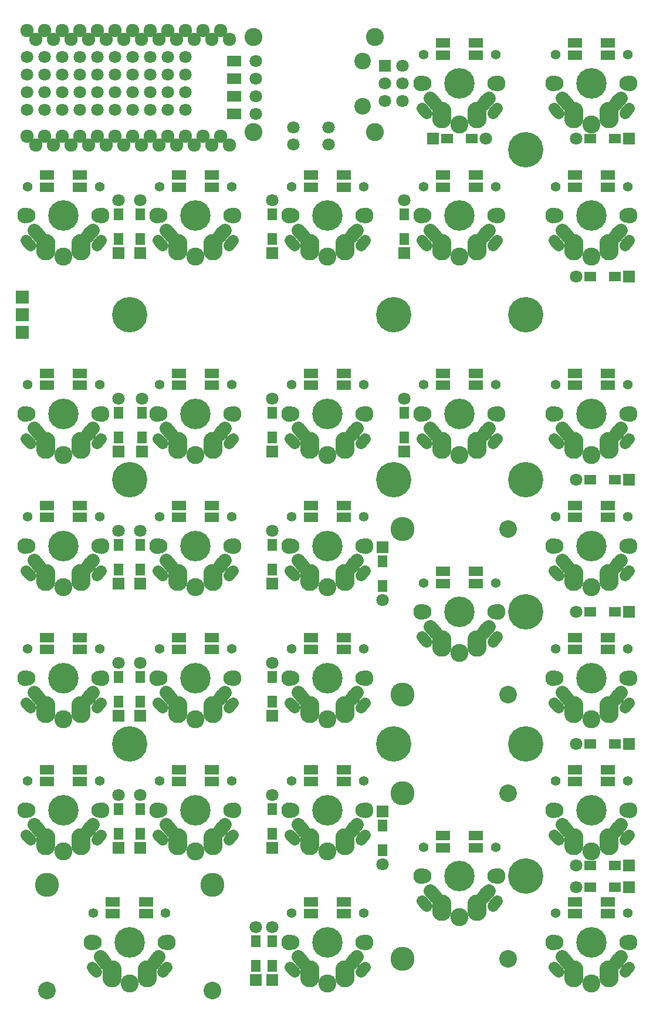
<source format=gbs>
G04 #@! TF.GenerationSoftware,KiCad,Pcbnew,(5.0.0)*
G04 #@! TF.CreationDate,2018-09-18T23:33:11-07:00*
G04 #@! TF.ProjectId,chiral,63686972616C2E6B696361645F706362,v0.2*
G04 #@! TF.SameCoordinates,Original*
G04 #@! TF.FileFunction,Soldermask,Bot*
G04 #@! TF.FilePolarity,Negative*
%FSLAX46Y46*%
G04 Gerber Fmt 4.6, Leading zero omitted, Abs format (unit mm)*
G04 Created by KiCad (PCBNEW (5.0.0)) date 09/18/18 23:33:11*
%MOMM*%
%LPD*%
G01*
G04 APERTURE LIST*
%ADD10C,3.479800*%
%ADD11C,2.540000*%
%ADD12R,1.700000X1.350000*%
%ADD13R,1.797000X1.797000*%
%ADD14C,1.797000*%
%ADD15R,1.350000X1.700000*%
%ADD16C,2.600000*%
%ADD17C,5.100000*%
%ADD18R,1.035000X1.543000*%
%ADD19C,1.924000*%
%ADD20R,1.924000X1.924000*%
%ADD21C,1.650000*%
%ADD22C,1.650000*%
%ADD23C,4.400000*%
%ADD24C,2.300000*%
%ADD25C,2.800000*%
%ADD26C,1.950000*%
%ADD27C,1.950000*%
%ADD28C,2.100000*%
%ADD29C,1.400000*%
%ADD30C,2.400000*%
%ADD31R,2.000000X1.400000*%
G04 APERTURE END LIST*
D10*
G04 #@! TO.C,SW?*
X45212000Y-163195000D03*
X69088000Y-163195000D03*
D11*
X45212000Y-178435000D03*
X69088000Y-178435000D03*
G04 #@! TD*
D10*
G04 #@! TO.C,SW?*
X96520000Y-173863000D03*
X96520000Y-149987000D03*
D11*
X111760000Y-173863000D03*
X111760000Y-149987000D03*
G04 #@! TD*
D10*
G04 #@! TO.C,SW?*
X96520000Y-135763000D03*
X96520000Y-111887000D03*
D11*
X111760000Y-135763000D03*
X111760000Y-111887000D03*
G04 #@! TD*
D12*
G04 #@! TO.C,D1*
X106550000Y-55562500D03*
X103000000Y-55562500D03*
D13*
X100965000Y-55562500D03*
D14*
X108585000Y-55562500D03*
G04 #@! TD*
G04 #@! TO.C,D2*
X121602968Y-55562500D03*
D13*
X129222968Y-55562500D03*
D12*
X127187968Y-55562500D03*
X123637968Y-55562500D03*
G04 #@! TD*
D14*
G04 #@! TO.C,D3*
X55562968Y-64451578D03*
D13*
X55562968Y-72071578D03*
D15*
X55562968Y-70036578D03*
X55562968Y-66486578D03*
G04 #@! TD*
G04 #@! TO.C,D4*
X58737968Y-66486578D03*
X58737968Y-70036578D03*
D13*
X58737968Y-72071578D03*
D14*
X58737968Y-64451578D03*
G04 #@! TD*
G04 #@! TO.C,D5*
X77787968Y-64451578D03*
D13*
X77787968Y-72071578D03*
D15*
X77787968Y-70036578D03*
X77787968Y-66486578D03*
G04 #@! TD*
G04 #@! TO.C,D6*
X96837968Y-66486578D03*
X96837968Y-70036578D03*
D13*
X96837968Y-72071578D03*
D14*
X96837968Y-64451578D03*
G04 #@! TD*
G04 #@! TO.C,D7*
X121602968Y-75405328D03*
D13*
X129222968Y-75405328D03*
D12*
X127187968Y-75405328D03*
X123637968Y-75405328D03*
G04 #@! TD*
D15*
G04 #@! TO.C,D8*
X55562968Y-95061578D03*
X55562968Y-98611578D03*
D13*
X55562968Y-100646578D03*
D14*
X55562968Y-93026578D03*
G04 #@! TD*
G04 #@! TO.C,D9*
X58925468Y-93026578D03*
D13*
X58925468Y-100646578D03*
D15*
X58925468Y-98611578D03*
X58925468Y-95061578D03*
G04 #@! TD*
G04 #@! TO.C,D10*
X77787968Y-95061578D03*
X77787968Y-98611578D03*
D13*
X77787968Y-100646578D03*
D14*
X77787968Y-93026578D03*
G04 #@! TD*
G04 #@! TO.C,D11*
X96837968Y-93026578D03*
D13*
X96837968Y-100646578D03*
D15*
X96837968Y-98611578D03*
X96837968Y-95061578D03*
G04 #@! TD*
D12*
G04 #@! TO.C,D12*
X123637968Y-104774078D03*
X127187968Y-104774078D03*
D13*
X129222968Y-104774078D03*
D14*
X121602968Y-104774078D03*
G04 #@! TD*
D15*
G04 #@! TO.C,D13*
X55562968Y-114111578D03*
X55562968Y-117661578D03*
D13*
X55562968Y-119696578D03*
D14*
X55562968Y-112076578D03*
G04 #@! TD*
D15*
G04 #@! TO.C,D14*
X58737968Y-114111578D03*
X58737968Y-117661578D03*
D13*
X58737968Y-119696578D03*
D14*
X58737968Y-112076578D03*
G04 #@! TD*
G04 #@! TO.C,D15*
X77787968Y-112076578D03*
D13*
X77787968Y-119696578D03*
D15*
X77787968Y-117661578D03*
X77787968Y-114111578D03*
G04 #@! TD*
G04 #@! TO.C,D16*
X93662968Y-120042828D03*
X93662968Y-116492828D03*
D13*
X93662968Y-114457828D03*
D14*
X93662968Y-122077828D03*
G04 #@! TD*
G04 #@! TO.C,D17*
X121602968Y-123824078D03*
D13*
X129222968Y-123824078D03*
D12*
X127187968Y-123824078D03*
X123637968Y-123824078D03*
G04 #@! TD*
D14*
G04 #@! TO.C,D18*
X55562968Y-131126578D03*
D13*
X55562968Y-138746578D03*
D15*
X55562968Y-136711578D03*
X55562968Y-133161578D03*
G04 #@! TD*
G04 #@! TO.C,D19*
X58737968Y-133161578D03*
X58737968Y-136711578D03*
D13*
X58737968Y-138746578D03*
D14*
X58737968Y-131126578D03*
G04 #@! TD*
G04 #@! TO.C,D20*
X77787968Y-131126578D03*
D13*
X77787968Y-138746578D03*
D15*
X77787968Y-136711578D03*
X77787968Y-133161578D03*
G04 #@! TD*
D12*
G04 #@! TO.C,D21*
X123637968Y-142874078D03*
X127187968Y-142874078D03*
D13*
X129222968Y-142874078D03*
D14*
X121602968Y-142874078D03*
G04 #@! TD*
G04 #@! TO.C,D22*
X55562968Y-150176578D03*
D13*
X55562968Y-157796578D03*
D15*
X55562968Y-155761578D03*
X55562968Y-152211578D03*
G04 #@! TD*
G04 #@! TO.C,D23*
X58737968Y-152211578D03*
X58737968Y-155761578D03*
D13*
X58737968Y-157796578D03*
D14*
X58737968Y-150176578D03*
G04 #@! TD*
G04 #@! TO.C,D24*
X77787968Y-150176578D03*
D13*
X77787968Y-157796578D03*
D15*
X77787968Y-155761578D03*
X77787968Y-152211578D03*
G04 #@! TD*
G04 #@! TO.C,D25*
X93662968Y-158142828D03*
X93662968Y-154592828D03*
D13*
X93662968Y-152557828D03*
D14*
X93662968Y-160177828D03*
G04 #@! TD*
G04 #@! TO.C,D26*
X121602968Y-160336578D03*
D13*
X129222968Y-160336578D03*
D12*
X127187968Y-160336578D03*
X123637968Y-160336578D03*
G04 #@! TD*
D15*
G04 #@! TO.C,D27*
X75406718Y-171261578D03*
X75406718Y-174811578D03*
D13*
X75406718Y-176846578D03*
D14*
X75406718Y-169226578D03*
G04 #@! TD*
G04 #@! TO.C,D28*
X77787968Y-169226578D03*
D13*
X77787968Y-176846578D03*
D15*
X77787968Y-174811578D03*
X77787968Y-171261578D03*
G04 #@! TD*
D12*
G04 #@! TO.C,D29*
X123637968Y-163511578D03*
X127187968Y-163511578D03*
D13*
X129222968Y-163511578D03*
D14*
X121602968Y-163511578D03*
G04 #@! TD*
G04 #@! TO.C,H1*
X47464960Y-48892460D03*
X42384960Y-48892460D03*
X44924960Y-48892460D03*
X42384960Y-51432460D03*
X52544960Y-48892460D03*
X47464960Y-51432460D03*
X55084960Y-48892460D03*
X57624960Y-48892460D03*
X50004960Y-48892460D03*
X52544960Y-51432460D03*
X57624960Y-51432460D03*
X60164960Y-48892460D03*
X60164960Y-51432460D03*
X62704960Y-48892460D03*
X62704960Y-51432460D03*
X65244960Y-48892460D03*
X65244960Y-51432460D03*
X50004960Y-51432460D03*
X55084960Y-51432460D03*
X44924960Y-51432460D03*
X65247500Y-46355000D03*
X65247500Y-43815000D03*
X62707500Y-46355000D03*
X62707500Y-43815000D03*
X60167500Y-46355000D03*
X60167500Y-43815000D03*
X57627500Y-46355000D03*
X57627500Y-43815000D03*
X55087500Y-46355000D03*
X55087500Y-43815000D03*
X52547500Y-46355000D03*
X52547500Y-43815000D03*
X50007500Y-46355000D03*
X50007500Y-43815000D03*
X47467500Y-46355000D03*
X47467500Y-43815000D03*
X44927500Y-46355000D03*
X44927500Y-43815000D03*
X42387500Y-46355000D03*
X42387500Y-43815000D03*
G04 #@! TD*
D16*
G04 #@! TO.C,H2*
X75085000Y-40875000D03*
G04 #@! TD*
G04 #@! TO.C,H3*
X75085000Y-54625000D03*
G04 #@! TD*
G04 #@! TO.C,H4*
X92585000Y-40875000D03*
G04 #@! TD*
G04 #@! TO.C,H5*
X92585000Y-54625000D03*
G04 #@! TD*
D17*
G04 #@! TO.C,H6*
X114300000Y-57150000D03*
G04 #@! TD*
G04 #@! TO.C,H7*
X57150000Y-80962500D03*
G04 #@! TD*
G04 #@! TO.C,H8*
X95250000Y-80962500D03*
G04 #@! TD*
G04 #@! TO.C,H9*
X114300000Y-80962500D03*
G04 #@! TD*
G04 #@! TO.C,H10*
X57150000Y-104775000D03*
G04 #@! TD*
G04 #@! TO.C,H11*
X95250000Y-104775000D03*
G04 #@! TD*
G04 #@! TO.C,H12*
X114300000Y-104775000D03*
G04 #@! TD*
G04 #@! TO.C,H13*
X114300000Y-123825000D03*
G04 #@! TD*
G04 #@! TO.C,H14*
X57150000Y-142875000D03*
G04 #@! TD*
G04 #@! TO.C,H15*
X95250000Y-142875000D03*
G04 #@! TD*
G04 #@! TO.C,H16*
X114300000Y-142875000D03*
G04 #@! TD*
G04 #@! TO.C,H17*
X114300000Y-161925000D03*
G04 #@! TD*
D18*
G04 #@! TO.C,JP8*
X72725380Y-44335000D03*
X71724620Y-44335000D03*
G04 #@! TD*
G04 #@! TO.C,JP9*
X71724240Y-46875000D03*
X72725000Y-46875000D03*
G04 #@! TD*
G04 #@! TO.C,JP10*
X71724240Y-49415000D03*
X72725000Y-49415000D03*
G04 #@! TD*
G04 #@! TO.C,JP11*
X72725380Y-51955000D03*
X71724620Y-51955000D03*
G04 #@! TD*
D19*
G04 #@! TO.C,MCU1*
X43656718Y-56514078D03*
X46196718Y-56514078D03*
X48736718Y-56514078D03*
X51276718Y-56514078D03*
X53816718Y-56514078D03*
X56356718Y-56514078D03*
X58896718Y-56514078D03*
X61436718Y-56514078D03*
X63976718Y-56514078D03*
X66516718Y-56514078D03*
X69056718Y-56514078D03*
X71596718Y-56514078D03*
X71596718Y-41274078D03*
X69056718Y-41274078D03*
X66516718Y-41274078D03*
X63976718Y-41274078D03*
X61436718Y-41274078D03*
X58896718Y-41274078D03*
X56356718Y-41274078D03*
X53816718Y-41274078D03*
X51276718Y-41274078D03*
X48736718Y-41274078D03*
X46196718Y-41274078D03*
X43656718Y-41274078D03*
X65246718Y-55244078D03*
X62706718Y-40004078D03*
X50006718Y-55244078D03*
X42386718Y-40004078D03*
X44926718Y-40004078D03*
X70326718Y-55244078D03*
X60166718Y-55244078D03*
X47466718Y-40004078D03*
X50006718Y-40004078D03*
X52546718Y-40004078D03*
X44926718Y-55244078D03*
X42386718Y-55244078D03*
X55086718Y-40004078D03*
X60166718Y-40004078D03*
X70326718Y-40004078D03*
X57626718Y-55244078D03*
X52546718Y-55244078D03*
X47466718Y-55244078D03*
X55086718Y-55244078D03*
X57626718Y-40004078D03*
X65246718Y-40004078D03*
X67786718Y-40004078D03*
X67786718Y-55244078D03*
X62706718Y-55244078D03*
G04 #@! TD*
D14*
G04 #@! TO.C,P1*
X75410000Y-44335000D03*
X75410000Y-46875000D03*
X75410000Y-49415000D03*
X75410000Y-51955000D03*
G04 #@! TD*
D20*
G04 #@! TO.C,P2*
X41675000Y-78422500D03*
X41675000Y-80962500D03*
X41675000Y-83502500D03*
G04 #@! TD*
D13*
G04 #@! TO.C,P3*
X94005000Y-45085000D03*
D14*
X96545000Y-45085000D03*
X94005000Y-47625000D03*
X96545000Y-47625000D03*
X94005000Y-50165000D03*
X96545000Y-50165000D03*
G04 #@! TD*
G04 #@! TO.C,R1*
X80803750Y-53975000D03*
X85883750Y-53975000D03*
G04 #@! TD*
G04 #@! TO.C,R2*
X85883750Y-56356250D03*
X80803750Y-56356250D03*
G04 #@! TD*
D21*
G04 #@! TO.C,SW1*
X99675468Y-51524078D03*
D22*
X99980792Y-51887949D02*
X99370144Y-51160207D01*
D23*
X104775468Y-47624078D03*
D24*
X110275468Y-47624078D03*
X99275468Y-47624078D03*
D21*
X109875468Y-51524078D03*
D22*
X110180792Y-51160207D02*
X109570144Y-51887949D01*
D16*
X104775468Y-53524078D03*
D25*
X102235468Y-52704078D03*
D26*
X108585468Y-50164078D03*
D27*
X108987210Y-49685300D02*
X108183726Y-50642856D01*
D25*
X107315468Y-52704078D03*
D26*
X100965468Y-50164078D03*
D27*
X101367210Y-50642856D02*
X100563726Y-49685300D01*
D25*
X102235468Y-52124078D03*
X102235468Y-51624078D03*
X107315468Y-51624078D03*
X107315468Y-52124078D03*
D28*
X99695468Y-47624078D03*
X109855468Y-47624078D03*
D29*
X99555468Y-43424078D03*
X109995468Y-43424078D03*
G04 #@! TD*
D21*
G04 #@! TO.C,SW2*
X118725468Y-51524078D03*
D22*
X119030792Y-51887949D02*
X118420144Y-51160207D01*
D23*
X123825468Y-47624078D03*
D24*
X129325468Y-47624078D03*
X118325468Y-47624078D03*
D21*
X128925468Y-51524078D03*
D22*
X129230792Y-51160207D02*
X128620144Y-51887949D01*
D16*
X123825468Y-53524078D03*
D25*
X121285468Y-52704078D03*
D26*
X127635468Y-50164078D03*
D27*
X128037210Y-49685300D02*
X127233726Y-50642856D01*
D25*
X126365468Y-52704078D03*
D26*
X120015468Y-50164078D03*
D27*
X120417210Y-50642856D02*
X119613726Y-49685300D01*
D25*
X121285468Y-52124078D03*
X121285468Y-51624078D03*
X126365468Y-51624078D03*
X126365468Y-52124078D03*
D28*
X118745468Y-47624078D03*
X128905468Y-47624078D03*
D29*
X118605468Y-43424078D03*
X129045468Y-43424078D03*
G04 #@! TD*
G04 #@! TO.C,SW3*
X52845468Y-62474078D03*
X42405468Y-62474078D03*
D28*
X52705468Y-66674078D03*
X42545468Y-66674078D03*
D25*
X50165468Y-71174078D03*
X50165468Y-70674078D03*
X45085468Y-70674078D03*
X45085468Y-71174078D03*
D26*
X43815468Y-69214078D03*
D27*
X44217210Y-69692856D02*
X43413726Y-68735300D01*
D25*
X50165468Y-71754078D03*
D26*
X51435468Y-69214078D03*
D27*
X51837210Y-68735300D02*
X51033726Y-69692856D01*
D25*
X45085468Y-71754078D03*
D16*
X47625468Y-72574078D03*
D21*
X52725468Y-70574078D03*
D22*
X53030792Y-70210207D02*
X52420144Y-70937949D01*
D24*
X42125468Y-66674078D03*
X53125468Y-66674078D03*
D23*
X47625468Y-66674078D03*
D21*
X42525468Y-70574078D03*
D22*
X42830792Y-70937949D02*
X42220144Y-70210207D01*
G04 #@! TD*
D21*
G04 #@! TO.C,SW4*
X61575468Y-70574078D03*
D22*
X61880792Y-70937949D02*
X61270144Y-70210207D01*
D23*
X66675468Y-66674078D03*
D24*
X72175468Y-66674078D03*
X61175468Y-66674078D03*
D21*
X71775468Y-70574078D03*
D22*
X72080792Y-70210207D02*
X71470144Y-70937949D01*
D16*
X66675468Y-72574078D03*
D25*
X64135468Y-71754078D03*
D26*
X70485468Y-69214078D03*
D27*
X70887210Y-68735300D02*
X70083726Y-69692856D01*
D25*
X69215468Y-71754078D03*
D26*
X62865468Y-69214078D03*
D27*
X63267210Y-69692856D02*
X62463726Y-68735300D01*
D25*
X64135468Y-71174078D03*
X64135468Y-70674078D03*
X69215468Y-70674078D03*
X69215468Y-71174078D03*
D28*
X61595468Y-66674078D03*
X71755468Y-66674078D03*
D29*
X61455468Y-62474078D03*
X71895468Y-62474078D03*
G04 #@! TD*
G04 #@! TO.C,SW5*
X90945468Y-62474078D03*
X80505468Y-62474078D03*
D28*
X90805468Y-66674078D03*
X80645468Y-66674078D03*
D25*
X88265468Y-71174078D03*
X88265468Y-70674078D03*
X83185468Y-70674078D03*
X83185468Y-71174078D03*
D26*
X81915468Y-69214078D03*
D27*
X82317210Y-69692856D02*
X81513726Y-68735300D01*
D25*
X88265468Y-71754078D03*
D26*
X89535468Y-69214078D03*
D27*
X89937210Y-68735300D02*
X89133726Y-69692856D01*
D25*
X83185468Y-71754078D03*
D16*
X85725468Y-72574078D03*
D21*
X90825468Y-70574078D03*
D22*
X91130792Y-70210207D02*
X90520144Y-70937949D01*
D24*
X80225468Y-66674078D03*
X91225468Y-66674078D03*
D23*
X85725468Y-66674078D03*
D21*
X80625468Y-70574078D03*
D22*
X80930792Y-70937949D02*
X80320144Y-70210207D01*
G04 #@! TD*
D21*
G04 #@! TO.C,SW6*
X99675468Y-70574078D03*
D22*
X99980792Y-70937949D02*
X99370144Y-70210207D01*
D23*
X104775468Y-66674078D03*
D24*
X110275468Y-66674078D03*
X99275468Y-66674078D03*
D21*
X109875468Y-70574078D03*
D22*
X110180792Y-70210207D02*
X109570144Y-70937949D01*
D16*
X104775468Y-72574078D03*
D25*
X102235468Y-71754078D03*
D26*
X108585468Y-69214078D03*
D27*
X108987210Y-68735300D02*
X108183726Y-69692856D01*
D25*
X107315468Y-71754078D03*
D26*
X100965468Y-69214078D03*
D27*
X101367210Y-69692856D02*
X100563726Y-68735300D01*
D25*
X102235468Y-71174078D03*
X102235468Y-70674078D03*
X107315468Y-70674078D03*
X107315468Y-71174078D03*
D28*
X99695468Y-66674078D03*
X109855468Y-66674078D03*
D29*
X99555468Y-62474078D03*
X109995468Y-62474078D03*
G04 #@! TD*
G04 #@! TO.C,SW7*
X129045468Y-62474078D03*
X118605468Y-62474078D03*
D28*
X128905468Y-66674078D03*
X118745468Y-66674078D03*
D25*
X126365468Y-71174078D03*
X126365468Y-70674078D03*
X121285468Y-70674078D03*
X121285468Y-71174078D03*
D26*
X120015468Y-69214078D03*
D27*
X120417210Y-69692856D02*
X119613726Y-68735300D01*
D25*
X126365468Y-71754078D03*
D26*
X127635468Y-69214078D03*
D27*
X128037210Y-68735300D02*
X127233726Y-69692856D01*
D25*
X121285468Y-71754078D03*
D16*
X123825468Y-72574078D03*
D21*
X128925468Y-70574078D03*
D22*
X129230792Y-70210207D02*
X128620144Y-70937949D01*
D24*
X118325468Y-66674078D03*
X129325468Y-66674078D03*
D23*
X123825468Y-66674078D03*
D21*
X118725468Y-70574078D03*
D22*
X119030792Y-70937949D02*
X118420144Y-70210207D01*
G04 #@! TD*
D29*
G04 #@! TO.C,SW8*
X52845468Y-91049078D03*
X42405468Y-91049078D03*
D28*
X52705468Y-95249078D03*
X42545468Y-95249078D03*
D25*
X50165468Y-99749078D03*
X50165468Y-99249078D03*
X45085468Y-99249078D03*
X45085468Y-99749078D03*
D26*
X43815468Y-97789078D03*
D27*
X44217210Y-98267856D02*
X43413726Y-97310300D01*
D25*
X50165468Y-100329078D03*
D26*
X51435468Y-97789078D03*
D27*
X51837210Y-97310300D02*
X51033726Y-98267856D01*
D25*
X45085468Y-100329078D03*
D16*
X47625468Y-101149078D03*
D21*
X52725468Y-99149078D03*
D22*
X53030792Y-98785207D02*
X52420144Y-99512949D01*
D24*
X42125468Y-95249078D03*
X53125468Y-95249078D03*
D23*
X47625468Y-95249078D03*
D21*
X42525468Y-99149078D03*
D22*
X42830792Y-99512949D02*
X42220144Y-98785207D01*
G04 #@! TD*
D29*
G04 #@! TO.C,SW9*
X71895468Y-91049078D03*
X61455468Y-91049078D03*
D28*
X71755468Y-95249078D03*
X61595468Y-95249078D03*
D25*
X69215468Y-99749078D03*
X69215468Y-99249078D03*
X64135468Y-99249078D03*
X64135468Y-99749078D03*
D26*
X62865468Y-97789078D03*
D27*
X63267210Y-98267856D02*
X62463726Y-97310300D01*
D25*
X69215468Y-100329078D03*
D26*
X70485468Y-97789078D03*
D27*
X70887210Y-97310300D02*
X70083726Y-98267856D01*
D25*
X64135468Y-100329078D03*
D16*
X66675468Y-101149078D03*
D21*
X71775468Y-99149078D03*
D22*
X72080792Y-98785207D02*
X71470144Y-99512949D01*
D24*
X61175468Y-95249078D03*
X72175468Y-95249078D03*
D23*
X66675468Y-95249078D03*
D21*
X61575468Y-99149078D03*
D22*
X61880792Y-99512949D02*
X61270144Y-98785207D01*
G04 #@! TD*
D29*
G04 #@! TO.C,SW10*
X90945468Y-91049078D03*
X80505468Y-91049078D03*
D28*
X90805468Y-95249078D03*
X80645468Y-95249078D03*
D25*
X88265468Y-99749078D03*
X88265468Y-99249078D03*
X83185468Y-99249078D03*
X83185468Y-99749078D03*
D26*
X81915468Y-97789078D03*
D27*
X82317210Y-98267856D02*
X81513726Y-97310300D01*
D25*
X88265468Y-100329078D03*
D26*
X89535468Y-97789078D03*
D27*
X89937210Y-97310300D02*
X89133726Y-98267856D01*
D25*
X83185468Y-100329078D03*
D16*
X85725468Y-101149078D03*
D21*
X90825468Y-99149078D03*
D22*
X91130792Y-98785207D02*
X90520144Y-99512949D01*
D24*
X80225468Y-95249078D03*
X91225468Y-95249078D03*
D23*
X85725468Y-95249078D03*
D21*
X80625468Y-99149078D03*
D22*
X80930792Y-99512949D02*
X80320144Y-98785207D01*
G04 #@! TD*
D29*
G04 #@! TO.C,SW11*
X109995468Y-91049078D03*
X99555468Y-91049078D03*
D28*
X109855468Y-95249078D03*
X99695468Y-95249078D03*
D25*
X107315468Y-99749078D03*
X107315468Y-99249078D03*
X102235468Y-99249078D03*
X102235468Y-99749078D03*
D26*
X100965468Y-97789078D03*
D27*
X101367210Y-98267856D02*
X100563726Y-97310300D01*
D25*
X107315468Y-100329078D03*
D26*
X108585468Y-97789078D03*
D27*
X108987210Y-97310300D02*
X108183726Y-98267856D01*
D25*
X102235468Y-100329078D03*
D16*
X104775468Y-101149078D03*
D21*
X109875468Y-99149078D03*
D22*
X110180792Y-98785207D02*
X109570144Y-99512949D01*
D24*
X99275468Y-95249078D03*
X110275468Y-95249078D03*
D23*
X104775468Y-95249078D03*
D21*
X99675468Y-99149078D03*
D22*
X99980792Y-99512949D02*
X99370144Y-98785207D01*
G04 #@! TD*
D21*
G04 #@! TO.C,SW12*
X118725468Y-99149078D03*
D22*
X119030792Y-99512949D02*
X118420144Y-98785207D01*
D23*
X123825468Y-95249078D03*
D24*
X129325468Y-95249078D03*
X118325468Y-95249078D03*
D21*
X128925468Y-99149078D03*
D22*
X129230792Y-98785207D02*
X128620144Y-99512949D01*
D16*
X123825468Y-101149078D03*
D25*
X121285468Y-100329078D03*
D26*
X127635468Y-97789078D03*
D27*
X128037210Y-97310300D02*
X127233726Y-98267856D01*
D25*
X126365468Y-100329078D03*
D26*
X120015468Y-97789078D03*
D27*
X120417210Y-98267856D02*
X119613726Y-97310300D01*
D25*
X121285468Y-99749078D03*
X121285468Y-99249078D03*
X126365468Y-99249078D03*
X126365468Y-99749078D03*
D28*
X118745468Y-95249078D03*
X128905468Y-95249078D03*
D29*
X118605468Y-91049078D03*
X129045468Y-91049078D03*
G04 #@! TD*
D21*
G04 #@! TO.C,SW13*
X42525468Y-118199078D03*
D22*
X42830792Y-118562949D02*
X42220144Y-117835207D01*
D23*
X47625468Y-114299078D03*
D24*
X53125468Y-114299078D03*
X42125468Y-114299078D03*
D21*
X52725468Y-118199078D03*
D22*
X53030792Y-117835207D02*
X52420144Y-118562949D01*
D16*
X47625468Y-120199078D03*
D25*
X45085468Y-119379078D03*
D26*
X51435468Y-116839078D03*
D27*
X51837210Y-116360300D02*
X51033726Y-117317856D01*
D25*
X50165468Y-119379078D03*
D26*
X43815468Y-116839078D03*
D27*
X44217210Y-117317856D02*
X43413726Y-116360300D01*
D25*
X45085468Y-118799078D03*
X45085468Y-118299078D03*
X50165468Y-118299078D03*
X50165468Y-118799078D03*
D28*
X42545468Y-114299078D03*
X52705468Y-114299078D03*
D29*
X42405468Y-110099078D03*
X52845468Y-110099078D03*
G04 #@! TD*
G04 #@! TO.C,SW14*
X71895468Y-110099078D03*
X61455468Y-110099078D03*
D28*
X71755468Y-114299078D03*
X61595468Y-114299078D03*
D25*
X69215468Y-118799078D03*
X69215468Y-118299078D03*
X64135468Y-118299078D03*
X64135468Y-118799078D03*
D26*
X62865468Y-116839078D03*
D27*
X63267210Y-117317856D02*
X62463726Y-116360300D01*
D25*
X69215468Y-119379078D03*
D26*
X70485468Y-116839078D03*
D27*
X70887210Y-116360300D02*
X70083726Y-117317856D01*
D25*
X64135468Y-119379078D03*
D16*
X66675468Y-120199078D03*
D21*
X71775468Y-118199078D03*
D22*
X72080792Y-117835207D02*
X71470144Y-118562949D01*
D24*
X61175468Y-114299078D03*
X72175468Y-114299078D03*
D23*
X66675468Y-114299078D03*
D21*
X61575468Y-118199078D03*
D22*
X61880792Y-118562949D02*
X61270144Y-117835207D01*
G04 #@! TD*
D21*
G04 #@! TO.C,SW15*
X80625468Y-118199078D03*
D22*
X80930792Y-118562949D02*
X80320144Y-117835207D01*
D23*
X85725468Y-114299078D03*
D24*
X91225468Y-114299078D03*
X80225468Y-114299078D03*
D21*
X90825468Y-118199078D03*
D22*
X91130792Y-117835207D02*
X90520144Y-118562949D01*
D16*
X85725468Y-120199078D03*
D25*
X83185468Y-119379078D03*
D26*
X89535468Y-116839078D03*
D27*
X89937210Y-116360300D02*
X89133726Y-117317856D01*
D25*
X88265468Y-119379078D03*
D26*
X81915468Y-116839078D03*
D27*
X82317210Y-117317856D02*
X81513726Y-116360300D01*
D25*
X83185468Y-118799078D03*
X83185468Y-118299078D03*
X88265468Y-118299078D03*
X88265468Y-118799078D03*
D28*
X80645468Y-114299078D03*
X90805468Y-114299078D03*
D29*
X80505468Y-110099078D03*
X90945468Y-110099078D03*
G04 #@! TD*
G04 #@! TO.C,SW16*
X109995468Y-119624078D03*
X99555468Y-119624078D03*
D28*
X109855468Y-123824078D03*
X99695468Y-123824078D03*
D25*
X107315468Y-128324078D03*
X107315468Y-127824078D03*
X102235468Y-127824078D03*
X102235468Y-128324078D03*
D26*
X100965468Y-126364078D03*
D27*
X101367210Y-126842856D02*
X100563726Y-125885300D01*
D25*
X107315468Y-128904078D03*
D26*
X108585468Y-126364078D03*
D27*
X108987210Y-125885300D02*
X108183726Y-126842856D01*
D25*
X102235468Y-128904078D03*
D16*
X104775468Y-129724078D03*
D21*
X109875468Y-127724078D03*
D22*
X110180792Y-127360207D02*
X109570144Y-128087949D01*
D24*
X99275468Y-123824078D03*
X110275468Y-123824078D03*
D23*
X104775468Y-123824078D03*
D21*
X99675468Y-127724078D03*
D22*
X99980792Y-128087949D02*
X99370144Y-127360207D01*
G04 #@! TD*
D21*
G04 #@! TO.C,SW17*
X118725468Y-118199078D03*
D22*
X119030792Y-118562949D02*
X118420144Y-117835207D01*
D23*
X123825468Y-114299078D03*
D24*
X129325468Y-114299078D03*
X118325468Y-114299078D03*
D21*
X128925468Y-118199078D03*
D22*
X129230792Y-117835207D02*
X128620144Y-118562949D01*
D16*
X123825468Y-120199078D03*
D25*
X121285468Y-119379078D03*
D26*
X127635468Y-116839078D03*
D27*
X128037210Y-116360300D02*
X127233726Y-117317856D01*
D25*
X126365468Y-119379078D03*
D26*
X120015468Y-116839078D03*
D27*
X120417210Y-117317856D02*
X119613726Y-116360300D01*
D25*
X121285468Y-118799078D03*
X121285468Y-118299078D03*
X126365468Y-118299078D03*
X126365468Y-118799078D03*
D28*
X118745468Y-114299078D03*
X128905468Y-114299078D03*
D29*
X118605468Y-110099078D03*
X129045468Y-110099078D03*
G04 #@! TD*
D21*
G04 #@! TO.C,SW18*
X42525468Y-137249078D03*
D22*
X42830792Y-137612949D02*
X42220144Y-136885207D01*
D23*
X47625468Y-133349078D03*
D24*
X53125468Y-133349078D03*
X42125468Y-133349078D03*
D21*
X52725468Y-137249078D03*
D22*
X53030792Y-136885207D02*
X52420144Y-137612949D01*
D16*
X47625468Y-139249078D03*
D25*
X45085468Y-138429078D03*
D26*
X51435468Y-135889078D03*
D27*
X51837210Y-135410300D02*
X51033726Y-136367856D01*
D25*
X50165468Y-138429078D03*
D26*
X43815468Y-135889078D03*
D27*
X44217210Y-136367856D02*
X43413726Y-135410300D01*
D25*
X45085468Y-137849078D03*
X45085468Y-137349078D03*
X50165468Y-137349078D03*
X50165468Y-137849078D03*
D28*
X42545468Y-133349078D03*
X52705468Y-133349078D03*
D29*
X42405468Y-129149078D03*
X52845468Y-129149078D03*
G04 #@! TD*
G04 #@! TO.C,SW19*
X71896872Y-129146312D03*
X61456872Y-129146312D03*
D28*
X71756872Y-133346312D03*
X61596872Y-133346312D03*
D25*
X69216872Y-137846312D03*
X69216872Y-137346312D03*
X64136872Y-137346312D03*
X64136872Y-137846312D03*
D26*
X62866872Y-135886312D03*
D27*
X63268614Y-136365090D02*
X62465130Y-135407534D01*
D25*
X69216872Y-138426312D03*
D26*
X70486872Y-135886312D03*
D27*
X70888614Y-135407534D02*
X70085130Y-136365090D01*
D25*
X64136872Y-138426312D03*
D16*
X66676872Y-139246312D03*
D21*
X71776872Y-137246312D03*
D22*
X72082196Y-136882441D02*
X71471548Y-137610183D01*
D24*
X61176872Y-133346312D03*
X72176872Y-133346312D03*
D23*
X66676872Y-133346312D03*
D21*
X61576872Y-137246312D03*
D22*
X61882196Y-137610183D02*
X61271548Y-136882441D01*
G04 #@! TD*
D21*
G04 #@! TO.C,SW20*
X80625468Y-137249078D03*
D22*
X80930792Y-137612949D02*
X80320144Y-136885207D01*
D23*
X85725468Y-133349078D03*
D24*
X91225468Y-133349078D03*
X80225468Y-133349078D03*
D21*
X90825468Y-137249078D03*
D22*
X91130792Y-136885207D02*
X90520144Y-137612949D01*
D16*
X85725468Y-139249078D03*
D25*
X83185468Y-138429078D03*
D26*
X89535468Y-135889078D03*
D27*
X89937210Y-135410300D02*
X89133726Y-136367856D01*
D25*
X88265468Y-138429078D03*
D26*
X81915468Y-135889078D03*
D27*
X82317210Y-136367856D02*
X81513726Y-135410300D01*
D25*
X83185468Y-137849078D03*
X83185468Y-137349078D03*
X88265468Y-137349078D03*
X88265468Y-137849078D03*
D28*
X80645468Y-133349078D03*
X90805468Y-133349078D03*
D29*
X80505468Y-129149078D03*
X90945468Y-129149078D03*
G04 #@! TD*
G04 #@! TO.C,SW21*
X129045468Y-129149078D03*
X118605468Y-129149078D03*
D28*
X128905468Y-133349078D03*
X118745468Y-133349078D03*
D25*
X126365468Y-137849078D03*
X126365468Y-137349078D03*
X121285468Y-137349078D03*
X121285468Y-137849078D03*
D26*
X120015468Y-135889078D03*
D27*
X120417210Y-136367856D02*
X119613726Y-135410300D01*
D25*
X126365468Y-138429078D03*
D26*
X127635468Y-135889078D03*
D27*
X128037210Y-135410300D02*
X127233726Y-136367856D01*
D25*
X121285468Y-138429078D03*
D16*
X123825468Y-139249078D03*
D21*
X128925468Y-137249078D03*
D22*
X129230792Y-136885207D02*
X128620144Y-137612949D01*
D24*
X118325468Y-133349078D03*
X129325468Y-133349078D03*
D23*
X123825468Y-133349078D03*
D21*
X118725468Y-137249078D03*
D22*
X119030792Y-137612949D02*
X118420144Y-136885207D01*
G04 #@! TD*
D29*
G04 #@! TO.C,SW22*
X52845468Y-148199078D03*
X42405468Y-148199078D03*
D28*
X52705468Y-152399078D03*
X42545468Y-152399078D03*
D25*
X50165468Y-156899078D03*
X50165468Y-156399078D03*
X45085468Y-156399078D03*
X45085468Y-156899078D03*
D26*
X43815468Y-154939078D03*
D27*
X44217210Y-155417856D02*
X43413726Y-154460300D01*
D25*
X50165468Y-157479078D03*
D26*
X51435468Y-154939078D03*
D27*
X51837210Y-154460300D02*
X51033726Y-155417856D01*
D25*
X45085468Y-157479078D03*
D16*
X47625468Y-158299078D03*
D21*
X52725468Y-156299078D03*
D22*
X53030792Y-155935207D02*
X52420144Y-156662949D01*
D24*
X42125468Y-152399078D03*
X53125468Y-152399078D03*
D23*
X47625468Y-152399078D03*
D21*
X42525468Y-156299078D03*
D22*
X42830792Y-156662949D02*
X42220144Y-155935207D01*
G04 #@! TD*
D21*
G04 #@! TO.C,SW23*
X61575468Y-156299078D03*
D22*
X61880792Y-156662949D02*
X61270144Y-155935207D01*
D23*
X66675468Y-152399078D03*
D24*
X72175468Y-152399078D03*
X61175468Y-152399078D03*
D21*
X71775468Y-156299078D03*
D22*
X72080792Y-155935207D02*
X71470144Y-156662949D01*
D16*
X66675468Y-158299078D03*
D25*
X64135468Y-157479078D03*
D26*
X70485468Y-154939078D03*
D27*
X70887210Y-154460300D02*
X70083726Y-155417856D01*
D25*
X69215468Y-157479078D03*
D26*
X62865468Y-154939078D03*
D27*
X63267210Y-155417856D02*
X62463726Y-154460300D01*
D25*
X64135468Y-156899078D03*
X64135468Y-156399078D03*
X69215468Y-156399078D03*
X69215468Y-156899078D03*
D28*
X61595468Y-152399078D03*
X71755468Y-152399078D03*
D29*
X61455468Y-148199078D03*
X71895468Y-148199078D03*
G04 #@! TD*
D21*
G04 #@! TO.C,SW24*
X80625468Y-156299078D03*
D22*
X80930792Y-156662949D02*
X80320144Y-155935207D01*
D23*
X85725468Y-152399078D03*
D24*
X91225468Y-152399078D03*
X80225468Y-152399078D03*
D21*
X90825468Y-156299078D03*
D22*
X91130792Y-155935207D02*
X90520144Y-156662949D01*
D16*
X85725468Y-158299078D03*
D25*
X83185468Y-157479078D03*
D26*
X89535468Y-154939078D03*
D27*
X89937210Y-154460300D02*
X89133726Y-155417856D01*
D25*
X88265468Y-157479078D03*
D26*
X81915468Y-154939078D03*
D27*
X82317210Y-155417856D02*
X81513726Y-154460300D01*
D25*
X83185468Y-156899078D03*
X83185468Y-156399078D03*
X88265468Y-156399078D03*
X88265468Y-156899078D03*
D28*
X80645468Y-152399078D03*
X90805468Y-152399078D03*
D29*
X80505468Y-148199078D03*
X90945468Y-148199078D03*
G04 #@! TD*
G04 #@! TO.C,SW25*
X109995468Y-157724078D03*
X99555468Y-157724078D03*
D28*
X109855468Y-161924078D03*
X99695468Y-161924078D03*
D25*
X107315468Y-166424078D03*
X107315468Y-165924078D03*
X102235468Y-165924078D03*
X102235468Y-166424078D03*
D26*
X100965468Y-164464078D03*
D27*
X101367210Y-164942856D02*
X100563726Y-163985300D01*
D25*
X107315468Y-167004078D03*
D26*
X108585468Y-164464078D03*
D27*
X108987210Y-163985300D02*
X108183726Y-164942856D01*
D25*
X102235468Y-167004078D03*
D16*
X104775468Y-167824078D03*
D21*
X109875468Y-165824078D03*
D22*
X110180792Y-165460207D02*
X109570144Y-166187949D01*
D24*
X99275468Y-161924078D03*
X110275468Y-161924078D03*
D23*
X104775468Y-161924078D03*
D21*
X99675468Y-165824078D03*
D22*
X99980792Y-166187949D02*
X99370144Y-165460207D01*
G04 #@! TD*
D21*
G04 #@! TO.C,SW26*
X118725468Y-156299078D03*
D22*
X119030792Y-156662949D02*
X118420144Y-155935207D01*
D23*
X123825468Y-152399078D03*
D24*
X129325468Y-152399078D03*
X118325468Y-152399078D03*
D21*
X128925468Y-156299078D03*
D22*
X129230792Y-155935207D02*
X128620144Y-156662949D01*
D16*
X123825468Y-158299078D03*
D25*
X121285468Y-157479078D03*
D26*
X127635468Y-154939078D03*
D27*
X128037210Y-154460300D02*
X127233726Y-155417856D01*
D25*
X126365468Y-157479078D03*
D26*
X120015468Y-154939078D03*
D27*
X120417210Y-155417856D02*
X119613726Y-154460300D01*
D25*
X121285468Y-156899078D03*
X121285468Y-156399078D03*
X126365468Y-156399078D03*
X126365468Y-156899078D03*
D28*
X118745468Y-152399078D03*
X128905468Y-152399078D03*
D29*
X118605468Y-148199078D03*
X129045468Y-148199078D03*
G04 #@! TD*
G04 #@! TO.C,SW27*
X62370468Y-167249078D03*
X51930468Y-167249078D03*
D28*
X62230468Y-171449078D03*
X52070468Y-171449078D03*
D25*
X59690468Y-175949078D03*
X59690468Y-175449078D03*
X54610468Y-175449078D03*
X54610468Y-175949078D03*
D26*
X53340468Y-173989078D03*
D27*
X53742210Y-174467856D02*
X52938726Y-173510300D01*
D25*
X59690468Y-176529078D03*
D26*
X60960468Y-173989078D03*
D27*
X61362210Y-173510300D02*
X60558726Y-174467856D01*
D25*
X54610468Y-176529078D03*
D16*
X57150468Y-177349078D03*
D21*
X62250468Y-175349078D03*
D22*
X62555792Y-174985207D02*
X61945144Y-175712949D01*
D24*
X51650468Y-171449078D03*
X62650468Y-171449078D03*
D23*
X57150468Y-171449078D03*
D21*
X52050468Y-175349078D03*
D22*
X52355792Y-175712949D02*
X51745144Y-174985207D01*
G04 #@! TD*
D21*
G04 #@! TO.C,SW28*
X80625468Y-175349078D03*
D22*
X80930792Y-175712949D02*
X80320144Y-174985207D01*
D23*
X85725468Y-171449078D03*
D24*
X91225468Y-171449078D03*
X80225468Y-171449078D03*
D21*
X90825468Y-175349078D03*
D22*
X91130792Y-174985207D02*
X90520144Y-175712949D01*
D16*
X85725468Y-177349078D03*
D25*
X83185468Y-176529078D03*
D26*
X89535468Y-173989078D03*
D27*
X89937210Y-173510300D02*
X89133726Y-174467856D01*
D25*
X88265468Y-176529078D03*
D26*
X81915468Y-173989078D03*
D27*
X82317210Y-174467856D02*
X81513726Y-173510300D01*
D25*
X83185468Y-175949078D03*
X83185468Y-175449078D03*
X88265468Y-175449078D03*
X88265468Y-175949078D03*
D28*
X80645468Y-171449078D03*
X90805468Y-171449078D03*
D29*
X80505468Y-167249078D03*
X90945468Y-167249078D03*
G04 #@! TD*
G04 #@! TO.C,SW29*
X129045468Y-167249078D03*
X118605468Y-167249078D03*
D28*
X128905468Y-171449078D03*
X118745468Y-171449078D03*
D25*
X126365468Y-175949078D03*
X126365468Y-175449078D03*
X121285468Y-175449078D03*
X121285468Y-175949078D03*
D26*
X120015468Y-173989078D03*
D27*
X120417210Y-174467856D02*
X119613726Y-173510300D01*
D25*
X126365468Y-176529078D03*
D26*
X127635468Y-173989078D03*
D27*
X128037210Y-173510300D02*
X127233726Y-174467856D01*
D25*
X121285468Y-176529078D03*
D16*
X123825468Y-177349078D03*
D21*
X128925468Y-175349078D03*
D22*
X129230792Y-174985207D02*
X128620144Y-175712949D01*
D24*
X118325468Y-171449078D03*
X129325468Y-171449078D03*
D23*
X123825468Y-171449078D03*
D21*
X118725468Y-175349078D03*
D22*
X119030792Y-175712949D02*
X118420144Y-174985207D01*
G04 #@! TD*
D30*
G04 #@! TO.C,SW30*
X90805000Y-50875000D03*
X90805000Y-44375000D03*
G04 #@! TD*
D31*
G04 #@! TO.C,U1*
X107175000Y-43498740D03*
X107175000Y-41748740D03*
X102375000Y-41748740D03*
X102375000Y-43498740D03*
G04 #@! TD*
G04 #@! TO.C,U2*
X126225000Y-43498740D03*
X126225000Y-41748740D03*
X121425000Y-41748740D03*
X121425000Y-43498740D03*
G04 #@! TD*
G04 #@! TO.C,U3*
X45225000Y-62548740D03*
X45225000Y-60798740D03*
X50025000Y-60798740D03*
X50025000Y-62548740D03*
G04 #@! TD*
G04 #@! TO.C,U4*
X69075000Y-62548740D03*
X69075000Y-60798740D03*
X64275000Y-60798740D03*
X64275000Y-62548740D03*
G04 #@! TD*
G04 #@! TO.C,U5*
X88125000Y-62548740D03*
X88125000Y-60798740D03*
X83325000Y-60798740D03*
X83325000Y-62548740D03*
G04 #@! TD*
G04 #@! TO.C,U6*
X102375000Y-62548740D03*
X102375000Y-60798740D03*
X107175000Y-60798740D03*
X107175000Y-62548740D03*
G04 #@! TD*
G04 #@! TO.C,U7*
X126225000Y-62548740D03*
X126225000Y-60798740D03*
X121425000Y-60798740D03*
X121425000Y-62548740D03*
G04 #@! TD*
G04 #@! TO.C,U8*
X50025000Y-91123740D03*
X50025000Y-89373740D03*
X45225000Y-89373740D03*
X45225000Y-91123740D03*
G04 #@! TD*
G04 #@! TO.C,U9*
X64275000Y-91123740D03*
X64275000Y-89373740D03*
X69075000Y-89373740D03*
X69075000Y-91123740D03*
G04 #@! TD*
G04 #@! TO.C,U10*
X83325000Y-91123740D03*
X83325000Y-89373740D03*
X88125000Y-89373740D03*
X88125000Y-91123740D03*
G04 #@! TD*
G04 #@! TO.C,U11*
X102375000Y-91123740D03*
X102375000Y-89373740D03*
X107175000Y-89373740D03*
X107175000Y-91123740D03*
G04 #@! TD*
G04 #@! TO.C,U12*
X126225000Y-91123740D03*
X126225000Y-89373740D03*
X121425000Y-89373740D03*
X121425000Y-91123740D03*
G04 #@! TD*
G04 #@! TO.C,U13*
X50025000Y-110173740D03*
X50025000Y-108423740D03*
X45225000Y-108423740D03*
X45225000Y-110173740D03*
G04 #@! TD*
G04 #@! TO.C,U14*
X64275000Y-110173740D03*
X64275000Y-108423740D03*
X69075000Y-108423740D03*
X69075000Y-110173740D03*
G04 #@! TD*
G04 #@! TO.C,U15*
X88125000Y-110173740D03*
X88125000Y-108423740D03*
X83325000Y-108423740D03*
X83325000Y-110173740D03*
G04 #@! TD*
G04 #@! TO.C,U16*
X102375000Y-119698740D03*
X102375000Y-117948740D03*
X107175000Y-117948740D03*
X107175000Y-119698740D03*
G04 #@! TD*
G04 #@! TO.C,U17*
X121425000Y-110173740D03*
X121425000Y-108423740D03*
X126225000Y-108423740D03*
X126225000Y-110173740D03*
G04 #@! TD*
G04 #@! TO.C,U18*
X45225000Y-129223740D03*
X45225000Y-127473740D03*
X50025000Y-127473740D03*
X50025000Y-129223740D03*
G04 #@! TD*
G04 #@! TO.C,U19*
X64275000Y-129223740D03*
X64275000Y-127473740D03*
X69075000Y-127473740D03*
X69075000Y-129223740D03*
G04 #@! TD*
G04 #@! TO.C,U20*
X88125000Y-129223740D03*
X88125000Y-127473740D03*
X83325000Y-127473740D03*
X83325000Y-129223740D03*
G04 #@! TD*
G04 #@! TO.C,U21*
X121425000Y-129223740D03*
X121425000Y-127473740D03*
X126225000Y-127473740D03*
X126225000Y-129223740D03*
G04 #@! TD*
G04 #@! TO.C,U22*
X45225000Y-148273740D03*
X45225000Y-146523740D03*
X50025000Y-146523740D03*
X50025000Y-148273740D03*
G04 #@! TD*
G04 #@! TO.C,U23*
X69075000Y-148273740D03*
X69075000Y-146523740D03*
X64275000Y-146523740D03*
X64275000Y-148273740D03*
G04 #@! TD*
G04 #@! TO.C,U24*
X88125000Y-148273740D03*
X88125000Y-146523740D03*
X83325000Y-146523740D03*
X83325000Y-148273740D03*
G04 #@! TD*
G04 #@! TO.C,U25*
X102375000Y-157798740D03*
X102375000Y-156048740D03*
X107175000Y-156048740D03*
X107175000Y-157798740D03*
G04 #@! TD*
G04 #@! TO.C,U26*
X126225000Y-148273740D03*
X126225000Y-146523740D03*
X121425000Y-146523740D03*
X121425000Y-148273740D03*
G04 #@! TD*
G04 #@! TO.C,U27*
X59550000Y-167323740D03*
X59550000Y-165573740D03*
X54750000Y-165573740D03*
X54750000Y-167323740D03*
G04 #@! TD*
G04 #@! TO.C,U28*
X83325000Y-167323740D03*
X83325000Y-165573740D03*
X88125000Y-165573740D03*
X88125000Y-167323740D03*
G04 #@! TD*
G04 #@! TO.C,U29*
X126225000Y-167323740D03*
X126225000Y-165573740D03*
X121425000Y-165573740D03*
X121425000Y-167323740D03*
G04 #@! TD*
M02*

</source>
